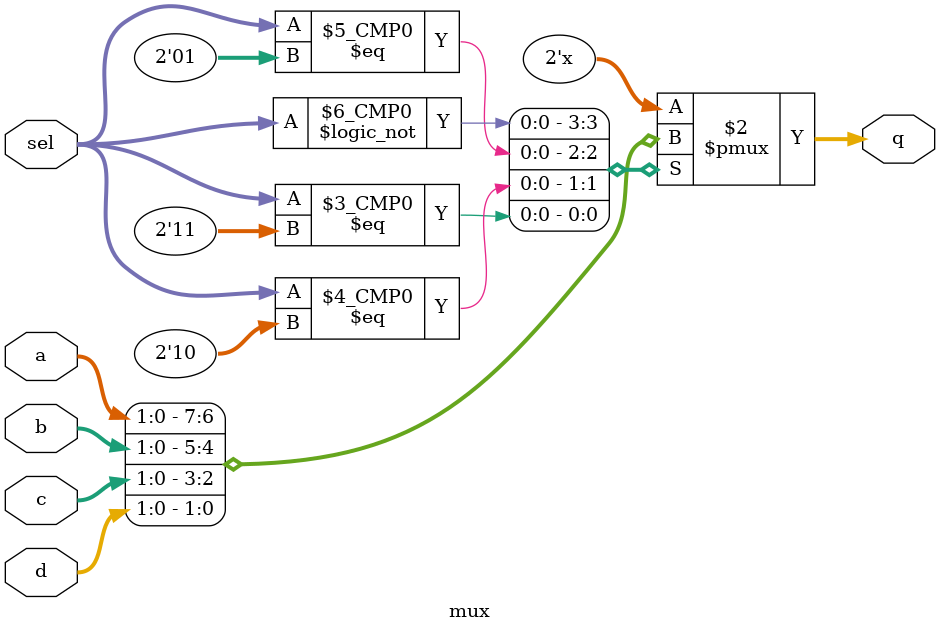
<source format=v>
module mux(a,b,c,d,sel,q);
	input[1:0] a;
	input[1:0] b;
	input[1:0] c;
	input[1:0] d;
	input[1:0] sel;
	output reg [1:0] q;
	

	always@(a or b or c or d or sel) 
	begin
	
		case(sel)
			2'b00: q <= a;
			2'b01: q <= b;
			2'b10: q <= c;
			2'b11: q <= d;
		endcase
		
	end
	
endmodule 


</source>
